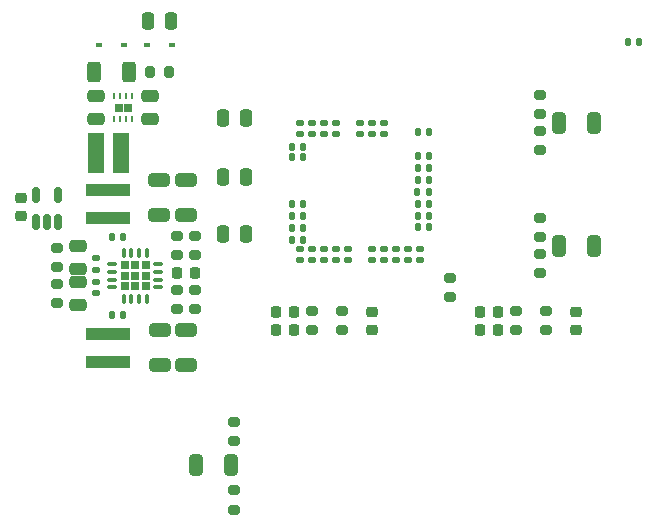
<source format=gtp>
%TF.GenerationSoftware,KiCad,Pcbnew,7.0.1-0*%
%TF.CreationDate,2023-07-15T12:58:35-05:00*%
%TF.ProjectId,little_switch,6c697474-6c65-45f7-9377-697463682e6b,2*%
%TF.SameCoordinates,PX4221330PY3d0af40*%
%TF.FileFunction,Paste,Top*%
%TF.FilePolarity,Positive*%
%FSLAX46Y46*%
G04 Gerber Fmt 4.6, Leading zero omitted, Abs format (unit mm)*
G04 Created by KiCad (PCBNEW 7.0.1-0) date 2023-07-15 12:58:35*
%MOMM*%
%LPD*%
G01*
G04 APERTURE LIST*
G04 Aperture macros list*
%AMRoundRect*
0 Rectangle with rounded corners*
0 $1 Rounding radius*
0 $2 $3 $4 $5 $6 $7 $8 $9 X,Y pos of 4 corners*
0 Add a 4 corners polygon primitive as box body*
4,1,4,$2,$3,$4,$5,$6,$7,$8,$9,$2,$3,0*
0 Add four circle primitives for the rounded corners*
1,1,$1+$1,$2,$3*
1,1,$1+$1,$4,$5*
1,1,$1+$1,$6,$7*
1,1,$1+$1,$8,$9*
0 Add four rect primitives between the rounded corners*
20,1,$1+$1,$2,$3,$4,$5,0*
20,1,$1+$1,$4,$5,$6,$7,0*
20,1,$1+$1,$6,$7,$8,$9,0*
20,1,$1+$1,$8,$9,$2,$3,0*%
G04 Aperture macros list end*
%ADD10RoundRect,0.140000X-0.170000X0.140000X-0.170000X-0.140000X0.170000X-0.140000X0.170000X0.140000X0*%
%ADD11RoundRect,0.250000X0.650000X-0.325000X0.650000X0.325000X-0.650000X0.325000X-0.650000X-0.325000X0*%
%ADD12RoundRect,0.250000X-0.312500X-0.625000X0.312500X-0.625000X0.312500X0.625000X-0.312500X0.625000X0*%
%ADD13RoundRect,0.200000X0.275000X-0.200000X0.275000X0.200000X-0.275000X0.200000X-0.275000X-0.200000X0*%
%ADD14RoundRect,0.140000X0.140000X0.170000X-0.140000X0.170000X-0.140000X-0.170000X0.140000X-0.170000X0*%
%ADD15RoundRect,0.182500X-0.182500X-0.182500X0.182500X-0.182500X0.182500X0.182500X-0.182500X0.182500X0*%
%ADD16RoundRect,0.087500X-0.325000X-0.087500X0.325000X-0.087500X0.325000X0.087500X-0.325000X0.087500X0*%
%ADD17RoundRect,0.087500X-0.087500X-0.325000X0.087500X-0.325000X0.087500X0.325000X-0.087500X0.325000X0*%
%ADD18RoundRect,0.250000X-0.250000X-0.475000X0.250000X-0.475000X0.250000X0.475000X-0.250000X0.475000X0*%
%ADD19R,0.650000X0.750000*%
%ADD20R,0.250000X0.500000*%
%ADD21RoundRect,0.250000X-0.475000X0.250000X-0.475000X-0.250000X0.475000X-0.250000X0.475000X0.250000X0*%
%ADD22RoundRect,0.225000X-0.250000X0.225000X-0.250000X-0.225000X0.250000X-0.225000X0.250000X0.225000X0*%
%ADD23RoundRect,0.140000X0.170000X-0.140000X0.170000X0.140000X-0.170000X0.140000X-0.170000X-0.140000X0*%
%ADD24RoundRect,0.250000X0.325000X0.650000X-0.325000X0.650000X-0.325000X-0.650000X0.325000X-0.650000X0*%
%ADD25RoundRect,0.200000X-0.275000X0.200000X-0.275000X-0.200000X0.275000X-0.200000X0.275000X0.200000X0*%
%ADD26RoundRect,0.140000X-0.140000X-0.170000X0.140000X-0.170000X0.140000X0.170000X-0.140000X0.170000X0*%
%ADD27RoundRect,0.250000X-0.650000X0.325000X-0.650000X-0.325000X0.650000X-0.325000X0.650000X0.325000X0*%
%ADD28R,1.350000X3.400000*%
%ADD29R,3.700000X0.980000*%
%ADD30R,0.600000X0.450000*%
%ADD31RoundRect,0.250000X-0.325000X-0.650000X0.325000X-0.650000X0.325000X0.650000X-0.325000X0.650000X0*%
%ADD32RoundRect,0.150000X0.150000X-0.512500X0.150000X0.512500X-0.150000X0.512500X-0.150000X-0.512500X0*%
%ADD33RoundRect,0.250000X0.475000X-0.250000X0.475000X0.250000X-0.475000X0.250000X-0.475000X-0.250000X0*%
%ADD34RoundRect,0.225000X-0.225000X-0.250000X0.225000X-0.250000X0.225000X0.250000X-0.225000X0.250000X0*%
%ADD35RoundRect,0.225000X0.250000X-0.225000X0.250000X0.225000X-0.250000X0.225000X-0.250000X-0.225000X0*%
%ADD36RoundRect,0.200000X-0.200000X-0.275000X0.200000X-0.275000X0.200000X0.275000X-0.200000X0.275000X0*%
G04 APERTURE END LIST*
D10*
%TO.C,C24*%
X25146000Y-23396000D03*
X25146000Y-24356000D03*
%TD*%
D11*
%TO.C,C62*%
X9144000Y-20525000D03*
X9144000Y-17575000D03*
%TD*%
%TO.C,C64*%
X11430000Y-20525000D03*
X11430000Y-17575000D03*
%TD*%
D12*
%TO.C,SW1*%
X3617500Y-8382000D03*
X6542500Y-8382000D03*
%TD*%
D13*
%TO.C,R12*%
X15494000Y-45466000D03*
X15494000Y-43816000D03*
%TD*%
%TO.C,R10*%
X41402000Y-15049000D03*
X41402000Y-13399000D03*
%TD*%
D14*
%TO.C,C46*%
X21308000Y-15621000D03*
X20348000Y-15621000D03*
%TD*%
D15*
%TO.C,U3*%
X6212000Y-24754000D03*
X6212000Y-25654000D03*
X6212000Y-26554000D03*
X7112000Y-24754000D03*
X7112000Y-25654000D03*
X7112000Y-26554000D03*
X8012000Y-24754000D03*
X8012000Y-25654000D03*
X8012000Y-26554000D03*
D16*
X5149500Y-24679000D03*
X5149500Y-25329000D03*
X5149500Y-25979000D03*
X5149500Y-26629000D03*
D17*
X6137000Y-27616500D03*
X6787000Y-27616500D03*
X7437000Y-27616500D03*
X8087000Y-27616500D03*
D16*
X9074500Y-26629000D03*
X9074500Y-25979000D03*
X9074500Y-25329000D03*
X9074500Y-24679000D03*
D17*
X8087000Y-23691500D03*
X7437000Y-23691500D03*
X6787000Y-23691500D03*
X6137000Y-23691500D03*
%TD*%
D18*
%TO.C,C14*%
X14544000Y-12319000D03*
X16444000Y-12319000D03*
%TD*%
D19*
%TO.C,U4*%
X6496000Y-11430000D03*
X5696000Y-11430000D03*
D20*
X6846000Y-10480000D03*
X6346000Y-10480000D03*
X5846000Y-10480000D03*
X5346000Y-10480000D03*
X5346000Y-12380000D03*
X5846000Y-12380000D03*
X6346000Y-12380000D03*
X6846000Y-12380000D03*
%TD*%
D21*
%TO.C,C63*%
X3810000Y-10480000D03*
X3810000Y-12380000D03*
%TD*%
D13*
%TO.C,R4*%
X22098000Y-30289000D03*
X22098000Y-28639000D03*
%TD*%
D22*
%TO.C,C1*%
X44450000Y-28689000D03*
X44450000Y-30239000D03*
%TD*%
D10*
%TO.C,C29*%
X31242000Y-23396000D03*
X31242000Y-24356000D03*
%TD*%
D23*
%TO.C,C42*%
X23114000Y-13688000D03*
X23114000Y-12728000D03*
%TD*%
D24*
%TO.C,C11*%
X45925000Y-12700000D03*
X42975000Y-12700000D03*
%TD*%
%TO.C,C12*%
X45925000Y-23114000D03*
X42975000Y-23114000D03*
%TD*%
D25*
%TO.C,R24*%
X33782000Y-25845000D03*
X33782000Y-27495000D03*
%TD*%
%TO.C,R30*%
X12192000Y-22289000D03*
X12192000Y-23939000D03*
%TD*%
D26*
%TO.C,C32*%
X31016000Y-19558000D03*
X31976000Y-19558000D03*
%TD*%
D10*
%TO.C,C22*%
X23114000Y-23396000D03*
X23114000Y-24356000D03*
%TD*%
D18*
%TO.C,C49*%
X8194000Y-4064000D03*
X10094000Y-4064000D03*
%TD*%
D27*
%TO.C,C53*%
X11430000Y-30275000D03*
X11430000Y-33225000D03*
%TD*%
D14*
%TO.C,C16*%
X21308000Y-19558000D03*
X20348000Y-19558000D03*
%TD*%
D23*
%TO.C,C61*%
X3810000Y-27150000D03*
X3810000Y-26190000D03*
%TD*%
D10*
%TO.C,C20*%
X21082000Y-23396000D03*
X21082000Y-24356000D03*
%TD*%
D28*
%TO.C,L3*%
X5901000Y-15240000D03*
X3751000Y-15240000D03*
%TD*%
D10*
%TO.C,C27*%
X29210000Y-23396000D03*
X29210000Y-24356000D03*
%TD*%
D25*
%TO.C,R13*%
X41402000Y-10351000D03*
X41402000Y-12001000D03*
%TD*%
D13*
%TO.C,R27*%
X10668000Y-28511000D03*
X10668000Y-26861000D03*
%TD*%
D14*
%TO.C,C17*%
X21308000Y-20574000D03*
X20348000Y-20574000D03*
%TD*%
%TO.C,C50*%
X49756000Y-5842000D03*
X48796000Y-5842000D03*
%TD*%
D26*
%TO.C,C30*%
X31016000Y-21565997D03*
X31976000Y-21565997D03*
%TD*%
D13*
%TO.C,R31*%
X10668000Y-23939000D03*
X10668000Y-22289000D03*
%TD*%
D23*
%TO.C,C43*%
X22098000Y-13688000D03*
X22098000Y-12728000D03*
%TD*%
D27*
%TO.C,C52*%
X9180000Y-30275000D03*
X9180000Y-33225000D03*
%TD*%
D10*
%TO.C,C23*%
X24130000Y-23396000D03*
X24130000Y-24356000D03*
%TD*%
D26*
%TO.C,C36*%
X31016000Y-15494000D03*
X31976000Y-15494000D03*
%TD*%
D29*
%TO.C,L2*%
X4826000Y-20743000D03*
X4826000Y-18373000D03*
%TD*%
D26*
%TO.C,C34*%
X31016000Y-17526000D03*
X31976000Y-17526000D03*
%TD*%
D18*
%TO.C,C15*%
X14544000Y-17272000D03*
X16444000Y-17272000D03*
%TD*%
D26*
%TO.C,C55*%
X5108000Y-28956000D03*
X6068000Y-28956000D03*
%TD*%
D25*
%TO.C,R26*%
X12192000Y-26861000D03*
X12192000Y-28511000D03*
%TD*%
D13*
%TO.C,R3*%
X39370000Y-30289000D03*
X39370000Y-28639000D03*
%TD*%
D10*
%TO.C,C56*%
X3810000Y-24186000D03*
X3810000Y-25146000D03*
%TD*%
D23*
%TO.C,C39*%
X27178000Y-13688000D03*
X27178000Y-12728000D03*
%TD*%
D25*
%TO.C,R14*%
X41402000Y-20765000D03*
X41402000Y-22415000D03*
%TD*%
D18*
%TO.C,C13*%
X14544000Y-22098000D03*
X16444000Y-22098000D03*
%TD*%
D30*
%TO.C,D1*%
X10194000Y-6096000D03*
X8094000Y-6096000D03*
%TD*%
D31*
%TO.C,C10*%
X12241000Y-41656000D03*
X15191000Y-41656000D03*
%TD*%
D21*
%TO.C,C54*%
X2286000Y-23180000D03*
X2286000Y-25080000D03*
%TD*%
D13*
%TO.C,R35*%
X508000Y-24955000D03*
X508000Y-23305000D03*
%TD*%
D10*
%TO.C,C28*%
X30226000Y-23396000D03*
X30226000Y-24356000D03*
%TD*%
D23*
%TO.C,C44*%
X21082000Y-13688000D03*
X21082000Y-12728000D03*
%TD*%
%TO.C,C38*%
X28194000Y-13688000D03*
X28194000Y-12728000D03*
%TD*%
D14*
%TO.C,C45*%
X21308000Y-14732000D03*
X20348000Y-14732000D03*
%TD*%
%TO.C,C18*%
X21308000Y-21590000D03*
X20348000Y-21590000D03*
%TD*%
D21*
%TO.C,C57*%
X8382000Y-10480000D03*
X8382000Y-12380000D03*
%TD*%
D32*
%TO.C,U5*%
X-1331000Y-21076500D03*
X-381000Y-21076500D03*
X569000Y-21076500D03*
X569000Y-18801500D03*
X-1331000Y-18801500D03*
%TD*%
D33*
%TO.C,C58*%
X2286000Y-28128000D03*
X2286000Y-26228000D03*
%TD*%
D10*
%TO.C,C26*%
X28194000Y-23396000D03*
X28194000Y-24356000D03*
%TD*%
D22*
%TO.C,C2*%
X27178000Y-28689000D03*
X27178000Y-30239000D03*
%TD*%
D14*
%TO.C,C19*%
X21308000Y-22606000D03*
X20348000Y-22606000D03*
%TD*%
D26*
%TO.C,C31*%
X31016000Y-20574000D03*
X31976000Y-20574000D03*
%TD*%
D23*
%TO.C,C40*%
X26162000Y-13688000D03*
X26162000Y-12728000D03*
%TD*%
D34*
%TO.C,C5*%
X36309000Y-28702000D03*
X37859000Y-28702000D03*
%TD*%
D10*
%TO.C,C21*%
X22098000Y-23396000D03*
X22098000Y-24356000D03*
%TD*%
D35*
%TO.C,C65*%
X-2540000Y-20587000D03*
X-2540000Y-19037000D03*
%TD*%
D13*
%TO.C,R2*%
X24638000Y-30289000D03*
X24638000Y-28639000D03*
%TD*%
D26*
%TO.C,C35*%
X31016000Y-16510000D03*
X31976000Y-16510000D03*
%TD*%
D23*
%TO.C,C41*%
X24130000Y-13688000D03*
X24130000Y-12728000D03*
%TD*%
D36*
%TO.C,R25*%
X8319000Y-8382000D03*
X9969000Y-8382000D03*
%TD*%
D13*
%TO.C,R1*%
X41910000Y-30289000D03*
X41910000Y-28639000D03*
%TD*%
D25*
%TO.C,R9*%
X15494000Y-38037000D03*
X15494000Y-39687000D03*
%TD*%
D29*
%TO.C,L1*%
X4826000Y-32935000D03*
X4826000Y-30565000D03*
%TD*%
D26*
%TO.C,C33*%
X30988009Y-18542000D03*
X31948009Y-18542000D03*
%TD*%
%TO.C,C37*%
X31016000Y-13462000D03*
X31976000Y-13462000D03*
%TD*%
D14*
%TO.C,C60*%
X6068000Y-22352000D03*
X5108000Y-22352000D03*
%TD*%
D13*
%TO.C,R11*%
X41402000Y-25463000D03*
X41402000Y-23813000D03*
%TD*%
D10*
%TO.C,C25*%
X27178000Y-23396000D03*
X27178000Y-24356000D03*
%TD*%
D34*
%TO.C,C6*%
X19037000Y-28702000D03*
X20587000Y-28702000D03*
%TD*%
D30*
%TO.C,D2*%
X4030000Y-6096000D03*
X6130000Y-6096000D03*
%TD*%
D34*
%TO.C,C4*%
X19037000Y-30226000D03*
X20587000Y-30226000D03*
%TD*%
%TO.C,C3*%
X36309000Y-30226000D03*
X37859000Y-30226000D03*
%TD*%
D25*
%TO.C,R34*%
X508000Y-26353000D03*
X508000Y-28003000D03*
%TD*%
D34*
%TO.C,C59*%
X10655000Y-25400000D03*
X12205000Y-25400000D03*
%TD*%
M02*

</source>
